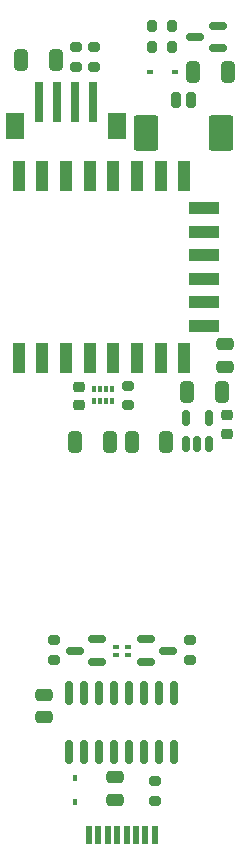
<source format=gbr>
%TF.GenerationSoftware,KiCad,Pcbnew,6.0.2*%
%TF.CreationDate,2022-05-05T15:49:36+02:00*%
%TF.ProjectId,espriktning,65737072-696b-4746-9e69-6e672e6b6963,rev?*%
%TF.SameCoordinates,Original*%
%TF.FileFunction,Paste,Top*%
%TF.FilePolarity,Positive*%
%FSLAX46Y46*%
G04 Gerber Fmt 4.6, Leading zero omitted, Abs format (unit mm)*
G04 Created by KiCad (PCBNEW 6.0.2) date 2022-05-05 15:49:36*
%MOMM*%
%LPD*%
G01*
G04 APERTURE LIST*
G04 Aperture macros list*
%AMRoundRect*
0 Rectangle with rounded corners*
0 $1 Rounding radius*
0 $2 $3 $4 $5 $6 $7 $8 $9 X,Y pos of 4 corners*
0 Add a 4 corners polygon primitive as box body*
4,1,4,$2,$3,$4,$5,$6,$7,$8,$9,$2,$3,0*
0 Add four circle primitives for the rounded corners*
1,1,$1+$1,$2,$3*
1,1,$1+$1,$4,$5*
1,1,$1+$1,$6,$7*
1,1,$1+$1,$8,$9*
0 Add four rect primitives between the rounded corners*
20,1,$1+$1,$2,$3,$4,$5,0*
20,1,$1+$1,$4,$5,$6,$7,0*
20,1,$1+$1,$6,$7,$8,$9,0*
20,1,$1+$1,$8,$9,$2,$3,0*%
G04 Aperture macros list end*
%ADD10RoundRect,0.150000X0.150000X-0.512500X0.150000X0.512500X-0.150000X0.512500X-0.150000X-0.512500X0*%
%ADD11R,0.600000X1.600000*%
%ADD12RoundRect,0.200000X-0.275000X0.200000X-0.275000X-0.200000X0.275000X-0.200000X0.275000X0.200000X0*%
%ADD13R,0.700000X3.500000*%
%ADD14R,1.600000X2.300000*%
%ADD15RoundRect,0.200000X0.200000X0.275000X-0.200000X0.275000X-0.200000X-0.275000X0.200000X-0.275000X0*%
%ADD16RoundRect,0.200000X-0.200000X-0.450000X0.200000X-0.450000X0.200000X0.450000X-0.200000X0.450000X0*%
%ADD17RoundRect,0.250001X-0.799999X-1.249999X0.799999X-1.249999X0.799999X1.249999X-0.799999X1.249999X0*%
%ADD18RoundRect,0.250000X-0.325000X-0.650000X0.325000X-0.650000X0.325000X0.650000X-0.325000X0.650000X0*%
%ADD19RoundRect,0.225000X-0.250000X0.225000X-0.250000X-0.225000X0.250000X-0.225000X0.250000X0.225000X0*%
%ADD20RoundRect,0.250000X-0.475000X0.250000X-0.475000X-0.250000X0.475000X-0.250000X0.475000X0.250000X0*%
%ADD21RoundRect,0.150000X0.587500X0.150000X-0.587500X0.150000X-0.587500X-0.150000X0.587500X-0.150000X0*%
%ADD22RoundRect,0.150000X-0.587500X-0.150000X0.587500X-0.150000X0.587500X0.150000X-0.587500X0.150000X0*%
%ADD23RoundRect,0.150000X0.150000X-0.825000X0.150000X0.825000X-0.150000X0.825000X-0.150000X-0.825000X0*%
%ADD24RoundRect,0.250000X0.325000X0.650000X-0.325000X0.650000X-0.325000X-0.650000X0.325000X-0.650000X0*%
%ADD25R,0.450000X0.600000*%
%ADD26R,0.600000X0.450000*%
%ADD27R,1.100000X2.500000*%
%ADD28R,2.500000X1.100000*%
%ADD29R,0.500000X0.400000*%
%ADD30R,0.400000X0.500000*%
%ADD31R,0.300000X0.500000*%
%ADD32RoundRect,0.200000X0.275000X-0.200000X0.275000X0.200000X-0.275000X0.200000X-0.275000X-0.200000X0*%
G04 APERTURE END LIST*
D10*
%TO.C,U2*%
X45450000Y-69437500D03*
X46400000Y-69437500D03*
X47350000Y-69437500D03*
X47350000Y-67162500D03*
X45450000Y-67162500D03*
%TD*%
D11*
%TO.C,J1*%
X42800000Y-102500000D03*
X37200000Y-102500000D03*
X38000000Y-102500000D03*
X42000000Y-102500000D03*
X41200000Y-102500000D03*
X38800000Y-102500000D03*
X39600000Y-102500000D03*
X40400000Y-102500000D03*
%TD*%
D12*
%TO.C,R3*%
X42800000Y-97975000D03*
X42800000Y-99625000D03*
%TD*%
D13*
%TO.C,J2*%
X33025000Y-40450000D03*
X34525000Y-40450000D03*
X36025000Y-40450000D03*
X37525000Y-40450000D03*
D14*
X39575000Y-42450000D03*
X30975000Y-42450000D03*
%TD*%
D15*
%TO.C,R8*%
X44250000Y-35775000D03*
X42600000Y-35775000D03*
%TD*%
%TO.C,R9*%
X44250000Y-33975000D03*
X42600000Y-33975000D03*
%TD*%
D16*
%TO.C,J3*%
X44600000Y-40300000D03*
X45850000Y-40300000D03*
D17*
X42050000Y-43050000D03*
X48400000Y-43050000D03*
%TD*%
D12*
%TO.C,R5*%
X40500000Y-64475000D03*
X40500000Y-66125000D03*
%TD*%
D18*
%TO.C,C3*%
X45525000Y-65000000D03*
X48475000Y-65000000D03*
%TD*%
%TO.C,C4*%
X36075000Y-69200000D03*
X39025000Y-69200000D03*
%TD*%
D19*
%TO.C,C2*%
X36350000Y-64539511D03*
X36350000Y-66089511D03*
%TD*%
D20*
%TO.C,C7*%
X48700000Y-60950000D03*
X48700000Y-62850000D03*
%TD*%
%TO.C,C5*%
X39400000Y-97600000D03*
X39400000Y-99500000D03*
%TD*%
%TO.C,C6*%
X33450000Y-90650000D03*
X33450000Y-92550000D03*
%TD*%
D21*
%TO.C,Q2*%
X37937500Y-87850000D03*
X37937500Y-85950000D03*
X36062500Y-86900000D03*
%TD*%
D22*
%TO.C,Q3*%
X42062500Y-85950000D03*
X42062500Y-87850000D03*
X43937500Y-86900000D03*
%TD*%
D23*
%TO.C,U3*%
X35555000Y-95475000D03*
X36825000Y-95475000D03*
X38095000Y-95475000D03*
X39365000Y-95475000D03*
X40635000Y-95475000D03*
X41905000Y-95475000D03*
X43175000Y-95475000D03*
X44445000Y-95475000D03*
X44445000Y-90525000D03*
X43175000Y-90525000D03*
X41905000Y-90525000D03*
X40635000Y-90525000D03*
X39365000Y-90525000D03*
X38095000Y-90525000D03*
X36825000Y-90525000D03*
X35555000Y-90525000D03*
%TD*%
D18*
%TO.C,C8*%
X46050000Y-37875000D03*
X49000000Y-37875000D03*
%TD*%
D24*
%TO.C,C9*%
X34400000Y-36925000D03*
X31450000Y-36925000D03*
%TD*%
D25*
%TO.C,D19*%
X36050000Y-97650000D03*
X36050000Y-99750000D03*
%TD*%
D12*
%TO.C,R10*%
X34250000Y-86025000D03*
X34250000Y-87675000D03*
%TD*%
%TO.C,R13*%
X45800000Y-86025000D03*
X45800000Y-87675000D03*
%TD*%
D26*
%TO.C,D1*%
X44475000Y-37875000D03*
X42375000Y-37875000D03*
%TD*%
D27*
%TO.C,U1*%
X31287500Y-62100000D03*
X33287500Y-62100000D03*
X35287500Y-62100000D03*
X37287500Y-62100000D03*
X39287500Y-62100000D03*
X41287500Y-62100000D03*
X43287500Y-62100000D03*
X45287500Y-62100000D03*
X45287500Y-46700000D03*
X43287500Y-46700000D03*
X41287500Y-46700000D03*
X39287500Y-46700000D03*
X37287500Y-46700000D03*
X35287500Y-46700000D03*
X33287500Y-46700000D03*
X31287500Y-46700000D03*
D28*
X46987500Y-59410000D03*
X46987500Y-57410000D03*
X46987500Y-55410000D03*
X46987500Y-53410000D03*
X46987500Y-51410000D03*
X46987500Y-49410000D03*
%TD*%
D21*
%TO.C,Q1*%
X48112500Y-35875000D03*
X48112500Y-33975000D03*
X46237500Y-34925000D03*
%TD*%
D24*
%TO.C,C1*%
X43775000Y-69200000D03*
X40825000Y-69200000D03*
%TD*%
D19*
%TO.C,C11*%
X48950000Y-66975000D03*
X48950000Y-68525000D03*
%TD*%
D29*
%TO.C,RN1*%
X40500000Y-87250000D03*
X39500000Y-87250000D03*
X40500000Y-86550000D03*
X39500000Y-86550000D03*
%TD*%
D30*
%TO.C,RN2*%
X39150000Y-64750000D03*
D31*
X38650000Y-64750000D03*
X38150000Y-64750000D03*
D30*
X37650000Y-64750000D03*
X37650000Y-65750000D03*
D31*
X38150000Y-65750000D03*
X38650000Y-65750000D03*
D30*
X39150000Y-65750000D03*
%TD*%
D32*
%TO.C,R6*%
X36100000Y-37450000D03*
X36100000Y-35800000D03*
%TD*%
%TO.C,R4*%
X37675000Y-37450000D03*
X37675000Y-35800000D03*
%TD*%
M02*

</source>
